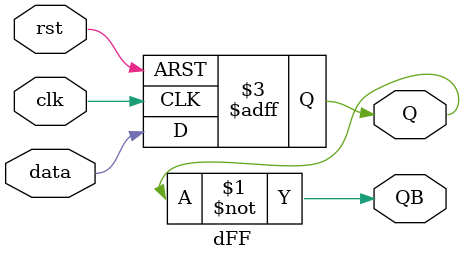
<source format=v>

module dFF (Q, QB, data, clk, rst);
  
	output Q, QB;
	input data, clk, rst;
	reg Q;
  
	assign QB = ~Q;
  
	always @(posedge clk, posedge rst)
	begin
		if(rst)
			Q <= 1'b0;
		else
			Q <= data;
	end
endmodule
</source>
